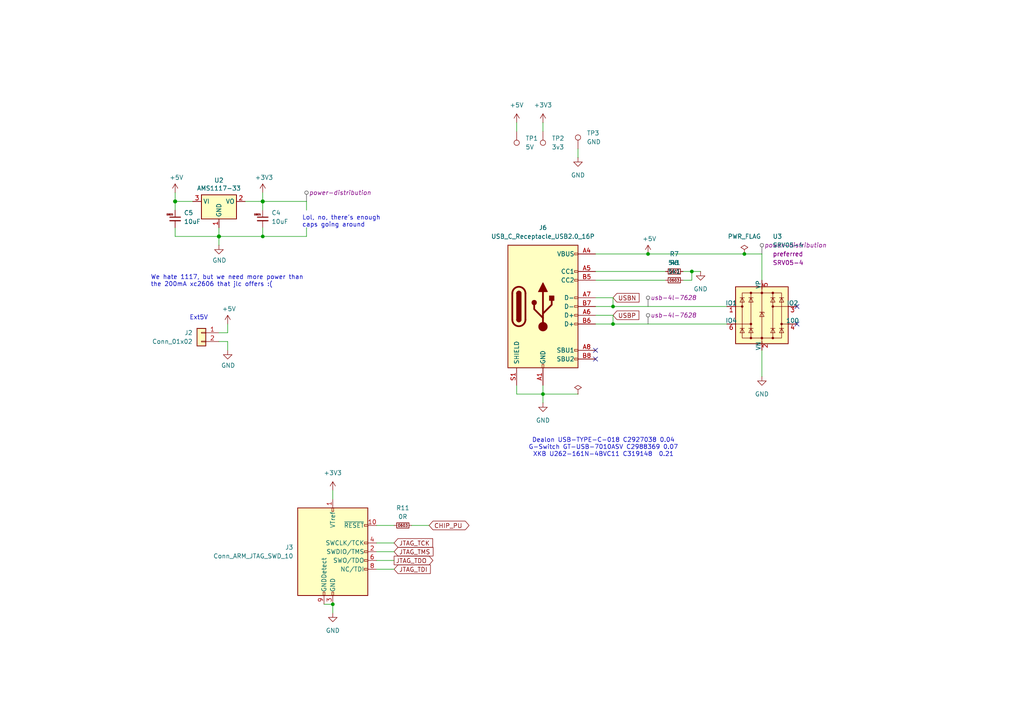
<source format=kicad_sch>
(kicad_sch (version 20231120) (generator "eeschema") (generator_version "8.0")
  (paper "A4")
  (title_block (title "LoadCell Faker") (date "2024-09-30") (rev "1"))
  (lib_symbols
    (symbol "Connector:Conn_ARM_JTAG_SWD_10" (pin_names (offset 1.016))
      (property "Reference" "J" (at -2.54 16.51 0))
      (property "Value" "Conn_ARM_JTAG_SWD_10" (at -2.54 13.97 0))
      (symbol "Conn_ARM_JTAG_SWD_10_0_1"
        (rectangle (start -10.16 12.7) (end 10.16 -12.7) (stroke (width 0.254)) (fill (type background)))
        (rectangle (start -2.794 -12.7) (end -2.286 -11.684))
        (rectangle (start -0.254 -12.7) (end 0.254 -11.684))
        (rectangle (start -0.254 12.7) (end 0.254 11.684))
        (rectangle (start 9.144 2.286) (end 10.16 2.794))
        (rectangle (start 10.16 -2.794) (end 9.144 -2.286))
        (rectangle (start 10.16 -0.254) (end 9.144 0.254))
        (rectangle (start 10.16 7.874) (end 9.144 7.366))
      )
      (symbol "Conn_ARM_JTAG_SWD_10_1_1"
        (rectangle (start 9.144 -5.334) (end 10.16 -4.826))
        (pin power_in line (at 0 15.24 270) (length 2.54) (name "VTref") (number "1"))
        (pin open_collector line (at 12.7 7.62 180) (length 2.54) (name "~{RESET}") (number "10"))
        (pin bidirectional line (at 12.7 0 180) (length 2.54) (name "SWDIO/TMS") (number "2"))
        (pin power_in line (at 0 -15.24 90) (length 2.54) (name "GND") (number "3"))
        (pin output line (at 12.7 2.54 180) (length 2.54) (name "SWCLK/TCK") (number "4"))
        (pin passive line (at 0 -15.24 90) (length 2.54) hide (name "GND") (number "5"))
        (pin input line (at 12.7 -2.54 180) (length 2.54) (name "SWO/TDO") (number "6"))
        (pin no_connect line (at -10.16 0 0) (length 2.54) hide (name "KEY") (number "7"))
        (pin output line (at 12.7 -5.08 180) (length 2.54) (name "NC/TDI") (number "8"))
        (pin passive line (at -2.54 -15.24 90) (length 2.54) (name "GNDDetect") (number "9"))
      )
    )
    (symbol "Connector:TestPoint" (pin_numbers hide) (pin_names (offset 0.762) hide)
      (property "Reference" "TP" (at 0 6.858 0))
      (property "Value" "TestPoint" (at 0 5.08 0))
      (symbol "TestPoint_0_1"
        (circle (center 0 3.302) (radius 0.762))
      )
      (symbol "TestPoint_1_1"
        (pin passive line (at 0 0 90) (length 2.54) (name "1") (number "1"))
      )
    )
    (symbol "Connector:USB_C_Receptacle_USB2.0_16P" (pin_names (offset 1.016))
      (property "Reference" "J" (at 0 22.225 0))
      (property "Value" "USB_C_Receptacle_USB2.0_16P" (at 0 19.685 0))
      (symbol "USB_C_Receptacle_USB2.0_16P_0_0"
        (rectangle (start -0.254 -17.78) (end 0.254 -16.764))
        (rectangle (start 10.16 -14.986) (end 9.144 -15.494))
        (rectangle (start 10.16 -12.446) (end 9.144 -12.954))
        (rectangle (start 10.16 -4.826) (end 9.144 -5.334))
        (rectangle (start 10.16 -2.286) (end 9.144 -2.794))
        (rectangle (start 10.16 0.254) (end 9.144 -0.254))
        (rectangle (start 10.16 2.794) (end 9.144 2.286))
        (rectangle (start 10.16 7.874) (end 9.144 7.366))
        (rectangle (start 10.16 10.414) (end 9.144 9.906))
        (rectangle (start 10.16 15.494) (end 9.144 14.986))
      )
      (symbol "USB_C_Receptacle_USB2.0_16P_0_1"
        (rectangle (start -10.16 17.78) (end 10.16 -17.78) (stroke (width 0.254)) (fill (type background)))
        (arc (start -8.89 -3.81) (mid -6.985 -5.7067) (end -5.08 -3.81) (stroke (width 0.508)))
        (arc (start -7.62 -3.81) (mid -6.985 -4.4423) (end -6.35 -3.81) (stroke (width 0.254)))
        (arc (start -7.62 -3.81) (mid -6.985 -4.4423) (end -6.35 -3.81) (stroke (width 0.254)) (fill (type outline)))
        (rectangle (start -7.62 -3.81) (end -6.35 3.81) (stroke (width 0.254)) (fill (type outline)))
        (arc (start -6.35 3.81) (mid -6.985 4.4423) (end -7.62 3.81) (stroke (width 0.254)))
        (arc (start -6.35 3.81) (mid -6.985 4.4423) (end -7.62 3.81) (stroke (width 0.254)) (fill (type outline)))
        (arc (start -5.08 3.81) (mid -6.985 5.7067) (end -8.89 3.81) (stroke (width 0.508)))
        (circle (center -2.54 1.143) (radius 0.635) (stroke (width 0.254)) (fill (type outline)))
        (circle (center 0 -5.842) (radius 1.27) (fill (type outline)))
        (polyline (pts (xy -8.89 -3.81) (xy -8.89 3.81)) (stroke (width 0.508)))
        (polyline (pts (xy -5.08 3.81) (xy -5.08 -3.81)) (stroke (width 0.508)))
        (polyline (pts (xy 0 -5.842) (xy 0 4.318)) (stroke (width 0.508)))
        (polyline (pts (xy 0 -3.302) (xy -2.54 -0.762) (xy -2.54 0.508)) (stroke (width 0.508)))
        (polyline (pts (xy 0 -2.032) (xy 2.54 0.508) (xy 2.54 1.778)) (stroke (width 0.508)))
        (polyline (pts (xy -1.27 4.318) (xy 0 6.858) (xy 1.27 4.318) (xy -1.27 4.318)) (stroke (width 0.254)) (fill (type outline)))
        (rectangle (start 1.905 1.778) (end 3.175 3.048) (stroke (width 0.254)) (fill (type outline)))
      )
      (symbol "USB_C_Receptacle_USB2.0_16P_1_1"
        (pin passive line (at 0 -22.86 90) (length 5.08) (name "GND") (number "A1"))
        (pin passive line (at 0 -22.86 90) (length 5.08) hide (name "GND") (number "A12"))
        (pin passive line (at 15.24 15.24 180) (length 5.08) (name "VBUS") (number "A4"))
        (pin bidirectional line (at 15.24 10.16 180) (length 5.08) (name "CC1") (number "A5"))
        (pin bidirectional line (at 15.24 -2.54 180) (length 5.08) (name "D+") (number "A6"))
        (pin bidirectional line (at 15.24 2.54 180) (length 5.08) (name "D-") (number "A7"))
        (pin bidirectional line (at 15.24 -12.7 180) (length 5.08) (name "SBU1") (number "A8"))
        (pin passive line (at 15.24 15.24 180) (length 5.08) hide (name "VBUS") (number "A9"))
        (pin passive line (at 0 -22.86 90) (length 5.08) hide (name "GND") (number "B1"))
        (pin passive line (at 0 -22.86 90) (length 5.08) hide (name "GND") (number "B12"))
        (pin passive line (at 15.24 15.24 180) (length 5.08) hide (name "VBUS") (number "B4"))
        (pin bidirectional line (at 15.24 7.62 180) (length 5.08) (name "CC2") (number "B5"))
        (pin bidirectional line (at 15.24 -5.08 180) (length 5.08) (name "D+") (number "B6"))
        (pin bidirectional line (at 15.24 0 180) (length 5.08) (name "D-") (number "B7"))
        (pin bidirectional line (at 15.24 -15.24 180) (length 5.08) (name "SBU2") (number "B8"))
        (pin passive line (at 15.24 15.24 180) (length 5.08) hide (name "VBUS") (number "B9"))
        (pin passive line (at -7.62 -22.86 90) (length 5.08) (name "SHIELD") (number "S1"))
      )
    )
    (symbol "Connector_Generic:Conn_01x02" (pin_names (offset 1.016) hide)
      (property "Reference" "J" (at 0 2.54 0))
      (property "Value" "Conn_01x02" (at 0 -5.08 0))
      (symbol "Conn_01x02_1_1"
        (rectangle (start -1.27 -2.413) (end 0 -2.667) (stroke (width 0.1524)))
        (rectangle (start -1.27 0.127) (end 0 -0.127) (stroke (width 0.1524)))
        (rectangle (start -1.27 1.27) (end 1.27 -3.81) (stroke (width 0.254)) (fill (type background)))
        (pin passive line (at -5.08 0 0) (length 3.81) (name "Pin_1") (number "1"))
        (pin passive line (at -5.08 -2.54 0) (length 3.81) (name "Pin_2") (number "2"))
      )
    )
    (symbol "Regulator_Linear:AMS1117-3.3"
      (property "Reference" "U" (at -3.81 3.175 0))
      (property "Value" "AMS1117-3.3" (at 0 3.175 0))
      (symbol "AMS1117-3.3_0_1"
        (rectangle (start -5.08 -5.08) (end 5.08 1.905) (stroke (width 0.254)) (fill (type background)))
      )
      (symbol "AMS1117-3.3_1_1"
        (pin power_in line (at 0 -7.62 90) (length 2.54) (name "GND") (number "1"))
        (pin power_out line (at 7.62 0 180) (length 2.54) (name "VO") (number "2"))
        (pin power_in line (at -7.62 0 0) (length 2.54) (name "VI") (number "3"))
      )
    )
    (symbol "karl-atomic-basic:KC0805_10uF_25V" (pin_numbers hide) (pin_names (offset 0.254) hide)
      (property "Reference" "C" (at 0.254 1.778 0))
      (property "Value" "10uF" (at 0.254 -2.032 0))
      (symbol "KC0805_10uF_25V_0_1"
        (polyline (pts (xy -1.524 -0.508) (xy 1.524 -0.508)) (stroke (width 0.3302)))
        (polyline (pts (xy -1.524 0.508) (xy 1.524 0.508)) (stroke (width 0.3048)))
      )
      (symbol "KC0805_10uF_25V_1_1"
        (text "0805" (at -1.524 1.27 0) (effects (font (size 0.508 0.508))))
        (pin passive line (at 0 2.54 270) (length 2.032) (name "~") (number "1"))
        (pin passive line (at 0 -2.54 90) (length 2.032) (name "~") (number "2"))
      )
    )
    (symbol "karl-atomic-basic:KR0603_0R" (pin_numbers hide) (pin_names (offset 0.254) hide)
      (property "Reference" "R" (at 0.762 0.508 0))
      (property "Value" "0R" (at 0.762 -1.016 0))
      (symbol "KR0603_0R_0_1"
        (rectangle (start -0.762 1.778) (end 0.762 -1.778) (stroke (width 0.2032)))
      )
      (symbol "KR0603_0R_1_1"
        (text "0603" (at 0 0 900) (effects (font (size 0.762 0.762))))
        (pin passive line (at 0 2.54 270) (length 0.762) (name "~") (number "1"))
        (pin passive line (at 0 -2.54 90) (length 0.762) (name "~") (number "2"))
      )
    )
    (symbol "karl-atomic-basic:KR0603_5k1" (pin_numbers hide) (pin_names (offset 0.254) hide)
      (property "Reference" "R" (at 0.762 0.508 0))
      (property "Value" "5k1" (at 0.762 -1.016 0))
      (symbol "KR0603_5k1_0_1"
        (rectangle (start -0.762 1.778) (end 0.762 -1.778) (stroke (width 0.2032)))
      )
      (symbol "KR0603_5k1_1_1"
        (text "0603" (at 0 0 900) (effects (font (size 0.762 0.762))))
        (pin passive line (at 0 2.54 270) (length 0.762) (name "~") (number "1"))
        (pin passive line (at 0 -2.54 90) (length 0.762) (name "~") (number "2"))
      )
    )
    (symbol "karl-atomic-basic:SRV05-4" (pin_names (offset 0))
      (property "Reference" "U" (at -5.08 11.43 0))
      (property "Value" "SRV05-4" (at 2.54 11.43 0))
      (symbol "SRV05-4_0_0"
        (rectangle (start -5.715 6.477) (end 5.715 -6.604))
        (polyline (pts (xy -3.175 -6.604) (xy -3.175 6.477)))
        (polyline (pts (xy 3.175 6.477) (xy 3.175 -6.604)))
      )
      (symbol "SRV05-4_0_1"
        (rectangle (start -7.62 8.255) (end 7.62 -8.255) (stroke (width 0.254)) (fill (type background)))
        (circle (center -5.715 -2.54) (radius 0.2794) (fill (type outline)))
        (circle (center -3.175 -6.604) (radius 0.2794) (fill (type outline)))
        (circle (center -3.175 2.54) (radius 0.2794) (fill (type outline)))
        (circle (center -3.175 6.477) (radius 0.2794) (fill (type outline)))
        (circle (center 0 -6.604) (radius 0.2794) (fill (type outline)))
        (polyline (pts (xy -7.747 2.54) (xy -3.175 2.54)))
        (polyline (pts (xy -7.62 -2.54) (xy -5.715 -2.54)))
        (polyline (pts (xy -5.08 -3.81) (xy -6.35 -3.81)))
        (polyline (pts (xy -5.08 5.08) (xy -6.35 5.08)))
        (polyline (pts (xy -2.54 -3.81) (xy -3.81 -3.81)))
        (polyline (pts (xy -2.54 5.08) (xy -3.81 5.08)))
        (polyline (pts (xy 0 8.255) (xy 0 -8.255)))
        (polyline (pts (xy 3.81 -3.81) (xy 2.54 -3.81)))
        (polyline (pts (xy 3.81 5.08) (xy 2.54 5.08)))
        (polyline (pts (xy 6.35 -3.81) (xy 5.08 -3.81)))
        (polyline (pts (xy 6.35 5.08) (xy 5.08 5.08)))
        (polyline (pts (xy 7.62 -2.54) (xy 3.175 -2.54)))
        (polyline (pts (xy 7.62 2.54) (xy 5.715 2.54)))
        (polyline (pts (xy 0.635 0.889) (xy -0.635 0.889) (xy -0.635 0.635)))
        (polyline (pts (xy -5.08 -5.08) (xy -6.35 -5.08) (xy -5.715 -3.81) (xy -5.08 -5.08)))
        (polyline (pts (xy -5.08 3.81) (xy -6.35 3.81) (xy -5.715 5.08) (xy -5.08 3.81)))
        (polyline (pts (xy -2.54 -5.08) (xy -3.81 -5.08) (xy -3.175 -3.81) (xy -2.54 -5.08)))
        (polyline (pts (xy -2.54 3.81) (xy -3.81 3.81) (xy -3.175 5.08) (xy -2.54 3.81)))
        (polyline (pts (xy 0.635 -0.381) (xy -0.635 -0.381) (xy 0 0.889) (xy 0.635 -0.381)))
        (polyline (pts (xy 3.81 -5.08) (xy 2.54 -5.08) (xy 3.175 -3.81) (xy 3.81 -5.08)))
        (polyline (pts (xy 3.81 3.81) (xy 2.54 3.81) (xy 3.175 5.08) (xy 3.81 3.81)))
        (polyline (pts (xy 6.35 -5.08) (xy 5.08 -5.08) (xy 5.715 -3.81) (xy 6.35 -5.08)))
        (polyline (pts (xy 6.35 3.81) (xy 5.08 3.81) (xy 5.715 5.08) (xy 6.35 3.81)))
        (circle (center 0 6.477) (radius 0.2794) (fill (type outline)))
        (circle (center 3.175 -6.604) (radius 0.2794) (fill (type outline)))
        (circle (center 3.175 -2.54) (radius 0.2794) (fill (type outline)))
        (circle (center 3.175 6.477) (radius 0.2794) (fill (type outline)))
        (circle (center 5.715 2.54) (radius 0.2794) (fill (type outline)))
      )
      (symbol "SRV05-4_1_1"
        (pin passive line (at 10.16 2.54 180) (length 2.54) (name "IO1") (number "1"))
        (pin passive line (at 0 -10.16 90) (length 2.54) (name "VN") (number "2"))
        (pin passive line (at -10.16 2.54 0) (length 2.54) (name "IO2") (number "3"))
        (pin passive line (at -10.16 -2.54 0) (length 2.54) (name "100") (number "4"))
        (pin passive line (at 0 10.16 270) (length 2.54) (name "VP") (number "5"))
        (pin passive line (at 10.16 -2.54 180) (length 2.54) (name "IO4") (number "6"))
      )
    )
    (symbol "power:+3V3" (power) (pin_numbers hide) (pin_names (offset 0) hide)
      (property "Value" "+3V3" (at 0 3.556 0))
      (symbol "+3V3_0_1"
        (polyline (pts (xy -0.762 1.27) (xy 0 2.54)))
        (polyline (pts (xy 0 0) (xy 0 2.54)))
        (polyline (pts (xy 0 2.54) (xy 0.762 1.27)))
      )
      (symbol "+3V3_1_1"
        (pin power_in line (at 0 0 90) (length 0) (name "~") (number "1"))
      )
    )
    (symbol "power:+5V" (power) (pin_numbers hide) (pin_names (offset 0) hide)
      (property "Value" "+5V" (at 0 3.556 0))
      (symbol "+5V_0_1"
        (polyline (pts (xy -0.762 1.27) (xy 0 2.54)))
        (polyline (pts (xy 0 0) (xy 0 2.54)))
        (polyline (pts (xy 0 2.54) (xy 0.762 1.27)))
      )
      (symbol "+5V_1_1"
        (pin power_in line (at 0 0 90) (length 0) (name "~") (number "1"))
      )
    )
    (symbol "power:GND" (power) (pin_numbers hide) (pin_names (offset 0) hide)
      (property "Value" "GND" (at 0 -3.81 0))
      (symbol "GND_0_1"
        (polyline (pts (xy 0 0) (xy 0 -1.27) (xy 1.27 -1.27) (xy 0 -2.54) (xy -1.27 -1.27) (xy 0 -1.27)))
      )
      (symbol "GND_1_1"
        (pin power_in line (at 0 0 270) (length 0) (name "~") (number "1"))
      )
    )
    (symbol "power:PWR_FLAG" (power) (pin_numbers hide) (pin_names (offset 0) hide)
      (property "Value" "PWR_FLAG" (at 0 3.81 0))
      (symbol "PWR_FLAG_0_0"
        (pin power_out line (at 0 0 90) (length 0) (name "~") (number "1"))
      )
      (symbol "PWR_FLAG_0_1"
        (polyline (pts (xy 0 0) (xy 0 1.27) (xy -1.016 1.905) (xy 0 2.54) (xy 1.016 1.905) (xy 0 1.27)))
      )
    )
  )
  (junction (at 76.2 68.58))
  (junction (at 177.8 88.9))
  (junction (at 76.2 58.42) (diameter 1.016))
  (junction (at 50.8 58.42) (diameter 1.016))
  (junction (at 187.96 73.66))
  (junction (at 96.52 175.26))
  (junction (at 177.8 93.98))
  (junction (at 215.9 73.66))
  (junction (at 63.5 68.58) (diameter 1.016))
  (junction (at 157.48 114.3))
  (junction (at 200.66 78.74))
  (no_connect (at 172.72 104.14))
  (no_connect (at 231.14 93.98))
  (no_connect (at 172.72 101.6))
  (no_connect (at 231.14 88.9))
  (wire (pts (xy 96.52 175.26) (xy 96.52 177.8)))
  (wire (pts (xy 114.3 160.02) (xy 109.22 160.02)))
  (wire (pts (xy 177.8 93.98) (xy 177.8 91.44)))
  (wire (pts (xy 63.5 96.52) (xy 66.04 96.52)))
  (wire (pts (xy 200.66 78.74) (xy 198.12 78.74)))
  (wire (pts (xy 66.04 99.06) (xy 66.04 101.6)))
  (wire (pts (xy 50.8 58.42) (xy 50.8 60.96)))
  (wire (pts (xy 66.04 96.52) (xy 66.04 93.98)))
  (wire (pts (xy 203.2 78.74) (xy 200.66 78.74)))
  (wire (pts (xy 157.48 114.3) (xy 157.48 116.84)))
  (wire (pts (xy 200.66 81.28) (xy 200.66 78.74)))
  (wire (pts (xy 157.48 114.3) (xy 167.64 114.3)))
  (wire (pts (xy 157.48 35.56) (xy 157.48 38.1)))
  (wire (pts (xy 71.12 58.42) (xy 76.2 58.42)))
  (wire (pts (xy 172.72 88.9) (xy 177.8 88.9)))
  (wire (pts (xy 76.2 68.58) (xy 76.2 66.04)))
  (wire (pts (xy 88.9 66.04) (xy 88.9 68.58)))
  (wire (pts (xy 50.8 55.88) (xy 50.8 58.42)))
  (wire (pts (xy 93.98 175.26) (xy 96.52 175.26)))
  (wire (pts (xy 187.96 73.66) (xy 215.9 73.66)))
  (wire (pts (xy 63.5 68.58) (xy 76.2 68.58)))
  (wire (pts (xy 109.22 152.4) (xy 114.3 152.4)))
  (wire (pts (xy 215.9 73.66) (xy 220.98 73.66)))
  (wire (pts (xy 114.3 157.48) (xy 109.22 157.48)))
  (wire (pts (xy 172.72 78.74) (xy 193.04 78.74)))
  (wire (pts (xy 63.5 99.06) (xy 66.04 99.06)))
  (wire (pts (xy 50.8 58.42) (xy 55.88 58.42)))
  (wire (pts (xy 50.8 68.58) (xy 63.5 68.58)))
  (wire (pts (xy 172.72 91.44) (xy 177.8 91.44)))
  (wire (pts (xy 76.2 58.42) (xy 88.9 58.42)))
  (wire (pts (xy 177.8 93.98) (xy 210.82 93.98)))
  (wire (pts (xy 172.72 81.28) (xy 193.04 81.28)))
  (wire (pts (xy 220.98 101.6) (xy 220.98 109.22)))
  (wire (pts (xy 172.72 93.98) (xy 177.8 93.98)))
  (wire (pts (xy 177.8 86.36) (xy 177.8 88.9)))
  (wire (pts (xy 50.8 66.04) (xy 50.8 68.58)))
  (wire (pts (xy 109.22 165.1) (xy 114.3 165.1)))
  (wire (pts (xy 114.3 162.56) (xy 109.22 162.56)))
  (wire (pts (xy 88.9 58.42) (xy 88.9 60.96)))
  (wire (pts (xy 157.48 111.76) (xy 157.48 114.3)))
  (wire (pts (xy 177.8 88.9) (xy 210.82 88.9)))
  (wire (pts (xy 63.5 68.58) (xy 63.5 71.12)))
  (wire (pts (xy 149.86 35.56) (xy 149.86 38.1)))
  (wire (pts (xy 63.5 66.04) (xy 63.5 68.58)))
  (wire (pts (xy 167.64 43.18) (xy 167.64 45.72)))
  (wire (pts (xy 220.98 73.66) (xy 220.98 81.28)))
  (wire (pts (xy 76.2 68.58) (xy 88.9 68.58)))
  (wire (pts (xy 172.72 73.66) (xy 187.96 73.66)))
  (wire (pts (xy 76.2 58.42) (xy 76.2 60.96)))
  (wire (pts (xy 96.52 142.24) (xy 96.52 144.78)))
  (wire (pts (xy 172.72 86.36) (xy 177.8 86.36)))
  (wire (pts (xy 198.12 81.28) (xy 200.66 81.28)))
  (wire (pts (xy 76.2 58.42) (xy 76.2 55.88)))
  (wire (pts (xy 119.38 152.4) (xy 124.46 152.4)))
  (wire (pts (xy 149.86 111.76) (xy 149.86 114.3)))
  (wire (pts (xy 149.86 114.3) (xy 157.48 114.3)))
  (text "Ext5V" (at 57.658 92.202 0) (effects (font (size 1.27 1.27))))
  (text "We hate 1117, but we need more power than\nthe 200mA xc2606 that jlc offers :(" (at 43.688 81.534 0) (effects (font (size 1.27 1.27)) (justify left)))
  (text "Dealon USB-TYPE-C-018 C2927038 0.04\nG-Switch GT-USB-7010ASV C2988369 0.07\nXKB U262-161N-4BVC11 C319148  0.21" (at 175.006 129.794 0) (effects (font (size 1.27 1.27))))
  (text "Lol, no, there's enough\ncaps going around" (at 87.63 66.04 0) (effects (font (size 1.27 1.27)) (justify left bottom)))
  (global_label "JTAG_TDO" (shape output) (at 114.3 162.56 0) (property "Intersheetrefs" "${INTERSHEET_REFS}" (effects (hide yes))))
  (global_label "JTAG_TCK" (shape input) (at 114.3 157.48 0) (property "Intersheetrefs" "${INTERSHEET_REFS}" (effects (hide yes))))
  (global_label "JTAG_TMS" (shape input) (at 114.3 160.02 0) (property "Intersheetrefs" "${INTERSHEET_REFS}" (effects (hide yes))))
  (global_label "USBN" (shape input) (at 177.8 86.36 0) (property "Intersheetrefs" "${INTERSHEET_REFS}" (effects (hide yes))))
  (global_label "USBP" (shape input) (at 177.8 91.44 0) (property "Intersheetrefs" "${INTERSHEET_REFS}" (effects (hide yes))))
  (global_label "JTAG_TDI" (shape input) (at 114.3 165.1 0) (property "Intersheetrefs" "${INTERSHEET_REFS}" (effects (hide yes))))
  (global_label "CHIP_PU" (shape bidirectional) (at 124.46 152.4 0) (property "Intersheetrefs" "${INTERSHEET_REFS}" (effects (hide yes))))
  (netclass_flag "" (length 2.54) (shape round) (at 187.96 93.98 0) (property "Netclass" "usb-4l-7628" (at 188.6585 91.44 0) (effects (font (italic yes)) (justify left))))
  (netclass_flag "" (length 2.54) (shape round) (at 88.9 58.42 0) (property "Netclass" "power-distribution" (at 89.5985 55.88 0) (effects (font (italic yes)) (justify left))))
  (netclass_flag "" (length 2.54) (shape round) (at 187.96 88.9 0) (property "Netclass" "usb-4l-7628" (at 188.6585 86.36 0) (effects (font (italic yes)) (justify left))))
  (netclass_flag "" (length 2.54) (shape round) (at 220.98 73.66 0) (property "Netclass" "power-distribution" (at 221.6785 71.12 0) (effects (font (italic yes)) (justify left))))
  (symbol (lib_id "power:+3V3") (at 157.48 35.56 0) (unit 1)
    (property "Reference" "#PWR015" (effects (hide yes)))
    (property "Value" "+3V3" (at 157.48 30.48 0))
    (property "Description" "Power symbol creates a global label with name \"+3V3\"" (effects (hide yes)))
  )
  (symbol (lib_id "power:+5V") (at 187.96 73.66 0) (unit 1)
    (property "Reference" "#PWR023" (effects (hide yes)))
    (property "Value" "+5V" (at 188.341 69.2658 0))
    (property "Description" "Power symbol creates a global label with name \"+5V\"" (effects (hide yes)))
  )
  (symbol (lib_id "karl-atomic-basic:KC0805_10uF_25V") (at 76.2 63.5 0) (unit 1)
    (property "Reference" "C4" (at 78.74 61.7271 0) (effects (justify left)))
    (property "Value" "10uF" (at 78.74 64.2671 0) (effects (justify left)))
    (property "Footprint" "Capacitor_SMD:C_0805_2012Metric" (effects (hide yes)))
    (property "Description" "25V, X5R" (effects (hide yes)))
    (property "MPN" "CL21A106KAYNNNE" (effects (hide yes)))
    (property "LCSC Part #" "C15850" (effects (hide yes)))
  )
  (symbol (lib_id "Connector:TestPoint") (at 157.48 38.1 180) (unit 1) (in_bom no)
    (property "Reference" "TP2" (at 160.02 40.1319 0) (effects (justify right)))
    (property "Value" "3v3" (at 160.02 42.6719 0) (effects (justify right)))
    (property "Footprint" "TestPoint:TestPoint_THTPad_D1.5mm_Drill0.7mm" (effects (hide yes)))
    (property "Description" "test point" (effects (hide yes)))
  )
  (symbol (lib_id "power:+5V") (at 50.8 55.88 0) (unit 1)
    (property "Reference" "#PWR010" (effects (hide yes)))
    (property "Value" "+5V" (at 51.181 51.4858 0))
    (property "Description" "Power symbol creates a global label with name \"+5V\"" (effects (hide yes)))
  )
  (symbol (lib_id "power:+5V") (at 66.04 93.98 0) (unit 1)
    (property "Reference" "#PWR012" (effects (hide yes)))
    (property "Value" "+5V" (at 66.421 89.5858 0))
    (property "Description" "Power symbol creates a global label with name \"+5V\"" (effects (hide yes)))
  )
  (symbol (lib_id "Connector:Conn_ARM_JTAG_SWD_10") (at 96.52 160.02 0) (unit 1)
    (property "Reference" "J3" (at 85.09 158.75 0) (effects (justify right)))
    (property "Value" "Conn_ARM_JTAG_SWD_10" (at 85.09 161.29 0) (effects (justify right)))
    (property "Footprint" "Connector_PinHeader_1.27mm:PinHeader_2x05_P1.27mm_Vertical_SMD" (effects (hide yes)))
    (property "Datasheet" "http://infocenter.arm.com/help/topic/com.arm.doc.ddi0314h/DDI0314H_coresight_components_trm.pdf" (effects (hide yes)))
    (property "Description" "Cortex Debug Connector, standard ARM Cortex-M SWD and JTAG interface" (effects (hide yes)))
    (property "MPN" "HB-PH9-12725PB2GOB" (effects (hide yes)))
    (property "LCSC Part #" "C6332249" (effects (hide yes)))
  )
  (symbol (lib_id "Connector_Generic:Conn_01x02") (at 58.42 96.52 0) (mirror y) (unit 1)
    (property "Reference" "J2" (at 55.88 96.5199 0) (effects (justify left)))
    (property "Value" "Conn_01x02" (at 55.88 99.0599 0) (effects (justify left)))
    (property "Footprint" "Connector_Phoenix_MC:PhoenixContact_MC_1,5_2-G-3.81_1x02_P3.81mm_Horizontal" (effects (hide yes)))
    (property "Description" "Generic connector, single row, 01x02, script generated (kicad-library-utils/schlib/autogen/connector/)" (effects (hide yes)))
    (property "MPN" "DB2ERC-3.81-2P-BK" (effects (hide yes)))
    (property "LCSC Part #" "C430323" (effects (hide yes)))
  )
  (symbol (lib_id "karl-atomic-basic:KR0603_0R") (at 116.84 152.4 90) (unit 1)
    (property "Reference" "R11" (at 116.84 147.32 90))
    (property "Value" "0R" (at 116.84 149.86 90))
    (property "Footprint" "Resistor_SMD:R_0603_1608Metric" (effects (hide yes)))
    (property "Description" "Resistor, 0603" (effects (hide yes)))
    (property "MPN" "0603WAF0000T5E" (effects (hide yes)))
    (property "LCSC Part #" "C21189" (effects (hide yes)))
  )
  (symbol (lib_id "Connector:TestPoint") (at 167.64 43.18 0) (unit 1) (in_bom no)
    (property "Reference" "TP3" (at 170.18 38.608 0) (effects (justify left)))
    (property "Value" "GND" (at 170.18 41.148 0) (effects (justify left)))
    (property "Footprint" "TestPoint:TestPoint_THTPad_D1.5mm_Drill0.7mm" (effects (hide yes)))
    (property "Description" "test point" (effects (hide yes)))
  )
  (symbol (lib_id "power:PWR_FLAG") (at 167.64 114.3 0) (unit 1)
    (property "Reference" "#FLG01" (effects (hide yes)))
    (property "Value" "PWR_FLAG" (effects (hide yes)))
    (property "Description" "Special symbol for telling ERC where power comes from" (effects (hide yes)))
  )
  (symbol (lib_id "power:GND") (at 220.98 109.22 0) (unit 1)
    (property "Reference" "#PWR031" (effects (hide yes)))
    (property "Value" "GND" (at 220.98 114.3 0))
    (property "Description" "Power symbol creates a global label with name \"GND\" , ground" (effects (hide yes)))
  )
  (symbol (lib_id "karl-atomic-basic:KR0603_5k1") (at 195.58 78.74 90) (unit 1)
    (property "Reference" "R7" (at 195.58 73.66 90))
    (property "Value" "5k1" (at 195.58 76.2 90))
    (property "Footprint" "Resistor_SMD:R_0603_1608Metric" (effects (hide yes)))
    (property "Description" "Resistor, 0603" (effects (hide yes)))
    (property "MPN" "0603WAF5101T5E" (effects (hide yes)))
    (property "LCSC Part #" "C23186" (effects (hide yes)))
  )
  (symbol (lib_id "karl-atomic-basic:KR0603_5k1") (at 195.58 81.28 90) (unit 1)
    (property "Reference" "R8" (at 195.58 76.2 90))
    (property "Value" "5k1" (at 195.58 78.74 90))
    (property "Footprint" "Resistor_SMD:R_0603_1608Metric" (effects (hide yes)))
    (property "Description" "Resistor, 0603" (effects (hide yes)))
    (property "MPN" "0603WAF5101T5E" (effects (hide yes)))
    (property "LCSC Part #" "C23186" (effects (hide yes)))
  )
  (symbol (lib_id "power:+3V3") (at 96.52 142.24 0) (unit 1)
    (property "Reference" "#PWR017" (effects (hide yes)))
    (property "Value" "+3V3" (at 96.52 137.16 0))
    (property "Description" "Power symbol creates a global label with name \"+3V3\"" (effects (hide yes)))
  )
  (symbol (lib_id "karl-atomic-basic:SRV05-4") (at 220.98 91.44 0) (mirror y) (unit 1)
    (property "Reference" "U3" (at 224.0981 68.58 0) (effects (justify right)))
    (property "Value" "SRV05-4" (at 224.0981 71.12 0) (effects (justify right)))
    (property "Footprint" "Package_TO_SOT_SMD:SOT-23-6" (effects (hide yes)))
    (property "Datasheet" "http://www.onsemi.com/pub/Collateral/SRV05-4-D.PDF" (effects (hide yes)))
    (property "Description" "ESD Protection Diodes with Low Clamping Voltage, SOT-23-6" (effects (hide yes)))
    (property "lcsc2#" "C85364" (effects (hide yes)))
    (property "jlcbasic" "preferred" (at 224.0981 73.66 0) (effects (justify right)))
    (property "MPN" "SRV05-4" (at 224.0981 76.2 0) (effects (justify right)))
    (property "LCSC Part #" "C7420376" (effects (hide yes)))
  )
  (symbol (lib_id "Connector:TestPoint") (at 149.86 38.1 180) (unit 1) (in_bom no)
    (property "Reference" "TP1" (at 152.4 40.132 0) (effects (justify right)))
    (property "Value" "5V" (at 152.4 42.672 0) (effects (justify right)))
    (property "Footprint" "TestPoint:TestPoint_THTPad_D1.5mm_Drill0.7mm" (effects (hide yes)))
    (property "Description" "test point" (effects (hide yes)))
  )
  (symbol (lib_id "power:GND") (at 157.48 116.84 0) (unit 1)
    (property "Reference" "#PWR022" (effects (hide yes)))
    (property "Value" "GND" (at 157.48 121.92 0))
    (property "Description" "Power symbol creates a global label with name \"GND\" , ground" (effects (hide yes)))
  )
  (symbol (lib_id "power:GND") (at 63.5 71.12 0) (unit 1)
    (property "Reference" "#PWR011" (effects (hide yes)))
    (property "Value" "GND" (at 63.627 75.5142 0))
    (property "Description" "Power symbol creates a global label with name \"GND\" , ground" (effects (hide yes)))
  )
  (symbol (lib_id "power:PWR_FLAG") (at 215.9 73.66 0) (unit 1)
    (property "Reference" "#FLG02" (effects (hide yes)))
    (property "Value" "PWR_FLAG" (at 215.9 68.58 0))
    (property "Description" "Special symbol for telling ERC where power comes from" (effects (hide yes)))
  )
  (symbol (lib_id "power:GND") (at 167.64 45.72 0) (unit 1)
    (property "Reference" "#PWR016" (effects (hide yes)))
    (property "Value" "GND" (at 167.64 50.8 0))
    (property "Description" "Power symbol creates a global label with name \"GND\" , ground" (effects (hide yes)))
  )
  (symbol (lib_id "power:+3V3") (at 76.2 55.88 0) (unit 1)
    (property "Reference" "#PWR021" (effects (hide yes)))
    (property "Value" "+3V3" (at 76.581 51.4858 0))
    (property "Description" "Power symbol creates a global label with name \"+3V3\"" (effects (hide yes)))
  )
  (symbol (lib_id "Regulator_Linear:AMS1117-3.3") (at 63.5 58.42 0) (unit 1)
    (property "Reference" "U2" (at 63.5 52.2986 0))
    (property "Value" "AMS1117-33" (at 63.5 54.61 0))
    (property "Footprint" "Package_TO_SOT_SMD:SOT-223-3_TabPin2" (effects (hide yes)))
    (property "Datasheet" "http://www.advanced-monolithic.com/pdf/ds1117.pdf" (effects (hide yes)))
    (property "Description" "1A Low Dropout regulator, positive, 3.3V fixed output, SOT-223" (effects (hide yes)))
    (property "MPN" "AMS1117-33" (effects (hide yes)))
    (property "jlcbasic" "basic" (effects (hide yes)))
    (property "LCSC Part #" "C6186" (effects (hide yes)))
  )
  (symbol (lib_id "power:+5V") (at 149.86 35.56 0) (unit 1)
    (property "Reference" "#PWR014" (effects (hide yes)))
    (property "Value" "+5V" (at 149.86 30.48 0))
    (property "Description" "Power symbol creates a global label with name \"+5V\"" (effects (hide yes)))
  )
  (symbol (lib_id "power:GND") (at 96.52 177.8 0) (unit 1)
    (property "Reference" "#PWR018" (effects (hide yes)))
    (property "Value" "GND" (at 96.52 182.88 0))
    (property "Description" "Power symbol creates a global label with name \"GND\" , ground" (effects (hide yes)))
  )
  (symbol (lib_id "power:GND") (at 203.2 78.74 0) (unit 1)
    (property "Reference" "#PWR030" (effects (hide yes)))
    (property "Value" "GND" (at 203.2 83.82 0))
    (property "Description" "Power symbol creates a global label with name \"GND\" , ground" (effects (hide yes)))
  )
  (symbol (lib_id "power:GND") (at 66.04 101.6 0) (unit 1)
    (property "Reference" "#PWR013" (effects (hide yes)))
    (property "Value" "GND" (at 66.167 105.9942 0))
    (property "Description" "Power symbol creates a global label with name \"GND\" , ground" (effects (hide yes)))
  )
  (symbol (lib_id "Connector:USB_C_Receptacle_USB2.0_16P") (at 157.48 88.9 0) (unit 1)
    (property "Reference" "J6" (at 157.48 66.04 0))
    (property "Value" "USB_C_Receptacle_USB2.0_16P" (at 157.48 68.58 0))
    (property "Footprint" "Connector_USB:USB_C_Receptacle_GCT_USB4105-xx-A_16P_TopMnt_Horizontal" (effects (hide yes)))
    (property "Datasheet" "https://www.usb.org/sites/default/files/documents/usb_type-c.zip" (effects (hide yes)))
    (property "Description" "USB 2.0-only 16P Type-C Receptacle connector" (effects (hide yes)))
    (property "MPN" "USB-TYPE-C-018" (effects (hide yes)))
    (property "LCSC Part #" "C2927038" (effects (hide yes)))
  )
  (symbol (lib_id "karl-atomic-basic:KC0805_10uF_25V") (at 50.8 63.5 0) (unit 1)
    (property "Reference" "C5" (at 53.34 61.7271 0) (effects (justify left)))
    (property "Value" "10uF" (at 53.34 64.2671 0) (effects (justify left)))
    (property "Footprint" "Capacitor_SMD:C_0805_2012Metric" (effects (hide yes)))
    (property "Description" "25V, X5R" (effects (hide yes)))
    (property "MPN" "CL21A106KAYNNNE" (effects (hide yes)))
    (property "LCSC Part #" "C15850" (effects (hide yes)))
  )
)
</source>
